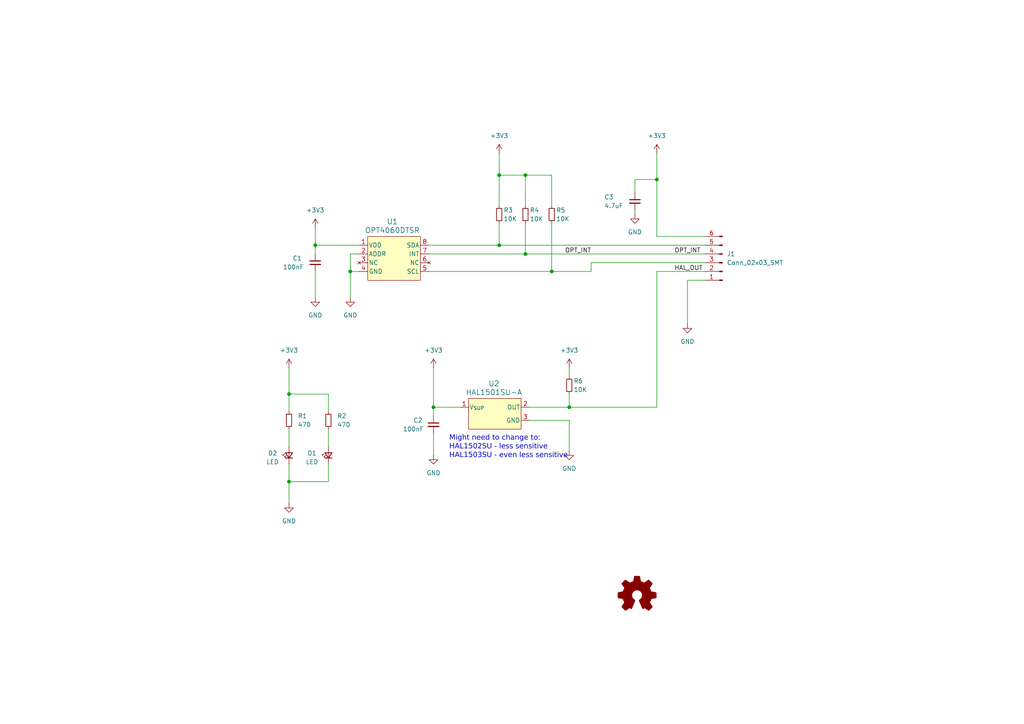
<source format=kicad_sch>
(kicad_sch (version 20231120) (generator "eeschema") (generator_version "8.0")
  (paper "A4")
  (title_block (title "Racer-Sensors") (date "2024-10-19") (rev "0.1") (company "StuckAtPrototype"))
  (lib_symbols
    (symbol "Connector:Conn_01x06_Pin" (pin_names (offset 1.016) hide)
      (property "Reference" "J" (at 0 7.62 0))
      (property "Value" "Conn_01x06_Pin" (at 0 -10.16 0))
      (symbol "Conn_01x06_Pin_1_1"
        (polyline (pts (xy 1.27 -7.62) (xy 0.8636 -7.62)) (stroke (width 0.1524)))
        (polyline (pts (xy 1.27 -5.08) (xy 0.8636 -5.08)) (stroke (width 0.1524)))
        (polyline (pts (xy 1.27 -2.54) (xy 0.8636 -2.54)) (stroke (width 0.1524)))
        (polyline (pts (xy 1.27 0) (xy 0.8636 0)) (stroke (width 0.1524)))
        (polyline (pts (xy 1.27 2.54) (xy 0.8636 2.54)) (stroke (width 0.1524)))
        (polyline (pts (xy 1.27 5.08) (xy 0.8636 5.08)) (stroke (width 0.1524)))
        (rectangle (start 0.8636 -7.493) (end 0 -7.747) (stroke (width 0.1524)) (fill (type outline)))
        (rectangle (start 0.8636 -4.953) (end 0 -5.207) (stroke (width 0.1524)) (fill (type outline)))
        (rectangle (start 0.8636 -2.413) (end 0 -2.667) (stroke (width 0.1524)) (fill (type outline)))
        (rectangle (start 0.8636 0.127) (end 0 -0.127) (stroke (width 0.1524)) (fill (type outline)))
        (rectangle (start 0.8636 2.667) (end 0 2.413) (stroke (width 0.1524)) (fill (type outline)))
        (rectangle (start 0.8636 5.207) (end 0 4.953) (stroke (width 0.1524)) (fill (type outline)))
        (pin passive line (at 5.08 5.08 180) (length 3.81) (name "Pin_1") (number "1"))
        (pin passive line (at 5.08 2.54 180) (length 3.81) (name "Pin_2") (number "2"))
        (pin passive line (at 5.08 0 180) (length 3.81) (name "Pin_3") (number "3"))
        (pin passive line (at 5.08 -2.54 180) (length 3.81) (name "Pin_4") (number "4"))
        (pin passive line (at 5.08 -5.08 180) (length 3.81) (name "Pin_5") (number "5"))
        (pin passive line (at 5.08 -7.62 180) (length 3.81) (name "Pin_6") (number "6"))
      )
    )
    (symbol "Device:C_Small" (pin_numbers hide) (pin_names (offset 0.254) hide)
      (property "Reference" "C" (at 0.254 1.778 0))
      (property "Value" "C_Small" (at 0.254 -2.032 0))
      (symbol "C_Small_0_1"
        (polyline (pts (xy -1.524 -0.508) (xy 1.524 -0.508)) (stroke (width 0.3302)))
        (polyline (pts (xy -1.524 0.508) (xy 1.524 0.508)) (stroke (width 0.3048)))
      )
      (symbol "C_Small_1_1"
        (pin passive line (at 0 2.54 270) (length 2.032) (name "~") (number "1"))
        (pin passive line (at 0 -2.54 90) (length 2.032) (name "~") (number "2"))
      )
    )
    (symbol "Device:LED_Small" (pin_numbers hide) (pin_names (offset 0.254) hide)
      (property "Reference" "D" (at -1.27 3.175 0))
      (property "Value" "LED_Small" (at -4.445 -2.54 0))
      (symbol "LED_Small_0_1"
        (polyline (pts (xy -0.762 -1.016) (xy -0.762 1.016)) (stroke (width 0.254)))
        (polyline (pts (xy 1.016 0) (xy -0.762 0)))
        (polyline (pts (xy 0.762 -1.016) (xy -0.762 0) (xy 0.762 1.016) (xy 0.762 -1.016)) (stroke (width 0.254)))
        (polyline (pts (xy 0 0.762) (xy -0.508 1.27) (xy -0.254 1.27) (xy -0.508 1.27) (xy -0.508 1.016)))
        (polyline (pts (xy 0.508 1.27) (xy 0 1.778) (xy 0.254 1.778) (xy 0 1.778) (xy 0 1.524)))
      )
      (symbol "LED_Small_1_1"
        (pin passive line (at -2.54 0 0) (length 1.778) (name "K") (number "1"))
        (pin passive line (at 2.54 0 180) (length 1.778) (name "A") (number "2"))
      )
    )
    (symbol "Device:R_Small" (pin_numbers hide) (pin_names (offset 0.254) hide)
      (property "Reference" "R" (at 0.762 0.508 0))
      (property "Value" "R_Small" (at 0.762 -1.016 0))
      (symbol "R_Small_0_1"
        (rectangle (start -0.762 1.778) (end 0.762 -1.778) (stroke (width 0.2032)))
      )
      (symbol "R_Small_1_1"
        (pin passive line (at 0 2.54 270) (length 0.762) (name "~") (number "1"))
        (pin passive line (at 0 -2.54 90) (length 0.762) (name "~") (number "2"))
      )
    )
    (symbol "Graphic:Logo_Open_Hardware_Small" (in_bom no) (on_board no)
      (symbol "Logo_Open_Hardware_Small_0_1"
        (polyline (pts (xy 3.3528 -4.3434) (xy 3.302 -4.318) (xy 3.175 -4.2418) (xy 2.9972 -4.1148) (xy 2.7686 -3.9624) (xy 2.54 -3.81) (xy 2.3622 -3.7084) (xy 2.2352 -3.6068) (xy 2.1844 -3.5814) (xy 2.159 -3.6068) (xy 2.0574 -3.6576) (xy 1.905 -3.7338) (xy 1.8034 -3.7846) (xy 1.6764 -3.8354) (xy 1.6002 -3.8354) (xy 1.6002 -3.8354) (xy 1.5494 -3.7338) (xy 1.4732 -3.5306) (xy 1.3462 -3.302) (xy 1.2446 -3.0226) (xy 1.1176 -2.7178) (xy 0.9652 -2.413) (xy 0.8636 -2.1082) (xy 0.7366 -1.8288) (xy 0.6604 -1.6256) (xy 0.6096 -1.4732) (xy 0.5842 -1.397) (xy 0.5842 -1.397) (xy 0.6604 -1.3208) (xy 0.7874 -1.2446) (xy 1.0414 -1.016) (xy 1.2954 -0.6858) (xy 1.4478 -0.3302) (xy 1.524 0.0762) (xy 1.4732 0.4572) (xy 1.3208 0.8128) (xy 1.0668 1.143) (xy 0.762 1.3716) (xy 0.4064 1.524) (xy 0 1.5748) (xy -0.381 1.5494) (xy -0.7366 1.397) (xy -1.0668 1.143) (xy -1.2192 0.9906) (xy -1.397 0.6604) (xy -1.524 0.3048) (xy -1.524 0.2286) (xy -1.4986 -0.1778) (xy -1.397 -0.5334) (xy -1.1938 -0.8636) (xy -0.9144 -1.143) (xy -0.8636 -1.1684) (xy -0.7366 -1.27) (xy -0.635 -1.3462) (xy -0.5842 -1.397) (xy -1.0668 -2.5908) (xy -1.143 -2.794) (xy -1.2954 -3.1242) (xy -1.397 -3.4036) (xy -1.4986 -3.6322) (xy -1.5748 -3.7846) (xy -1.6002 -3.8354) (xy -1.6002 -3.8354) (xy -1.651 -3.8354) (xy -1.7272 -3.81) (xy -1.905 -3.7338) (xy -2.0066 -3.683) (xy -2.1336 -3.6068) (xy -2.2098 -3.5814) (xy -2.2606 -3.6068) (xy -2.3622 -3.683) (xy -2.54 -3.81) (xy -2.7686 -3.9624) (xy -2.9718 -4.0894) (xy -3.1496 -4.2164) (xy -3.302 -4.318) (xy -3.3528 -4.3434) (xy -3.3782 -4.3434) (xy -3.429 -4.318) (xy -3.5306 -4.2164) (xy -3.7084 -4.064) (xy -3.937 -3.8354) (xy -3.9624 -3.81) (xy -4.1656 -3.6068) (xy -4.318 -3.4544) (xy -4.4196 -3.3274) (xy -4.445 -3.2766) (xy -4.445 -3.2766) (xy -4.4196 -3.2258) (xy -4.318 -3.0734) (xy -4.2164 -2.8956) (xy -4.064 -2.667) (xy -3.6576 -2.0828) (xy -3.8862 -1.5494) (xy -3.937 -1.3716) (xy -4.0386 -1.1684) (xy -4.0894 -1.0414) (xy -4.1148 -0.9652) (xy -4.191 -0.9398) (xy -4.318 -0.9144) (xy -4.5466 -0.8636) (xy -4.8006 -0.8128) (xy -5.0546 -0.7874) (xy -5.2578 -0.7366) (xy -5.4356 -0.7112) (xy -5.5118 -0.6858) (xy -5.5118 -0.6858) (xy -5.5372 -0.635) (xy -5.5372 -0.5588) (xy -5.5372 -0.4318) (xy -5.5626 -0.2286) (xy -5.5626 0.0762) (xy -5.5626 0.127) (xy -5.5372 0.4064) (xy -5.5372 0.635) (xy -5.5372 0.762) (xy -5.5372 0.8382) (xy -5.5372 0.8382) (xy -5.461 0.8382) (xy -5.3086 0.889) (xy -5.08 0.9144) (xy -4.826 0.9652) (xy -4.8006 0.9906) (xy -4.5466 1.0414) (xy -4.318 1.0668) (xy -4.1656 1.1176) (xy -4.0894 1.143) (xy -4.0894 1.143) (xy -4.0386 1.2446) (xy -3.9624 1.4224) (xy -3.8608 1.6256) (xy -3.7846 1.8288) (xy -3.7084 2.0066) (xy -3.6576 2.159) (xy -3.6322 2.2098) (xy -3.6322 2.2098) (xy -3.683 2.286) (xy -3.7592 2.413) (xy -3.8862 2.5908) (xy -4.064 2.8194) (xy -4.064 2.8448) (xy -4.2164 3.0734) (xy -4.3434 3.2512) (xy -4.4196 3.3782) (xy -4.445 3.4544) (xy -4.445 3.4544) (xy -4.3942 3.5052) (xy -4.2926 3.6322) (xy -4.1148 3.81) (xy -3.937 4.0132) (xy -3.8608 4.064) (xy -3.6576 4.2926) (xy -3.5052 4.4196) (xy -3.4036 4.4958) (xy -3.3528 4.5212) (xy -3.3528 4.5212) (xy -3.302 4.4704) (xy -3.1496 4.3688) (xy -2.9718 4.2418) (xy -2.7432 4.0894) (xy -2.7178 4.0894) (xy -2.4892 3.937) (xy -2.3114 3.81) (xy -2.1844 3.7084) (xy -2.1336 3.683) (xy -2.1082 3.683) (xy -2.032 3.7084) (xy -1.8542 3.7592) (xy -1.6764 3.8354) (xy -1.4732 3.937) (xy -1.27 4.0132) (xy -1.143 4.064) (xy -1.0668 4.1148) (xy -1.0668 4.1148) (xy -1.0414 4.191) (xy -1.016 4.3434) (xy -0.9652 4.572) (xy -0.9144 4.8514) (xy -0.889 4.9022) (xy -0.8382 5.1562) (xy -0.8128 5.3848) (xy -0.7874 5.5372) (xy -0.762 5.588) (xy -0.7112 5.6134) (xy -0.5842 5.6134) (xy -0.4064 5.6134) (xy -0.1524 5.6134) (xy 0.0762 5.6134) (xy 0.3302 5.6134) (xy 0.5334 5.6134) (xy 0.6858 5.588) (xy 0.7366 5.588) (xy 0.7366 5.588) (xy 0.762 5.5118) (xy 0.8128 5.334) (xy 0.8382 5.1054) (xy 0.9144 4.826) (xy 0.9144 4.7752) (xy 0.9652 4.5212) (xy 1.016 4.2926) (xy 1.0414 4.1402) (xy 1.0668 4.0894) (xy 1.0668 4.0894) (xy 1.1938 4.0386) (xy 1.3716 3.9624) (xy 1.5748 3.8608) (xy 2.0828 3.6576) (xy 2.7178 4.0894) (xy 2.7686 4.1402) (xy 2.9972 4.2926) (xy 3.175 4.4196) (xy 3.302 4.4958) (xy 3.3782 4.5212) (xy 3.3782 4.5212) (xy 3.429 4.4704) (xy 3.556 4.3434) (xy 3.7338 4.191) (xy 3.9116 3.9878) (xy 4.064 3.8354) (xy 4.2418 3.6576) (xy 4.3434 3.556) (xy 4.4196 3.4798) (xy 4.4196 3.429) (xy 4.4196 3.4036) (xy 4.3942 3.3274) (xy 4.2926 3.2004) (xy 4.1656 2.9972) (xy 4.0132 2.794) (xy 3.8862 2.5908) (xy 3.7592 2.3876) (xy 3.6576 2.2352) (xy 3.6322 2.159) (xy 3.6322 2.1336) (xy 3.683 2.0066) (xy 3.7592 1.8288) (xy 3.8608 1.6002) (xy 4.064 1.1176) (xy 4.3942 1.0414) (xy 4.5974 1.016) (xy 4.8768 0.9652) (xy 5.1308 0.9144) (xy 5.5372 0.8382) (xy 5.5626 -0.6604) (xy 5.4864 -0.6858) (xy 5.4356 -0.6858) (xy 5.2832 -0.7366) (xy 5.0546 -0.762) (xy 4.8006 -0.8128) (xy 4.5974 -0.8636) (xy 4.3688 -0.9144) (xy 4.2164 -0.9398) (xy 4.1402 -0.9398) (xy 4.1148 -0.9652) (xy 4.064 -1.0668) (xy 3.9878 -1.2446) (xy 3.9116 -1.4478) (xy 3.81 -1.651) (xy 3.7338 -1.8542) (xy 3.683 -2.0066) (xy 3.6576 -2.0828) (xy 3.683 -2.1336) (xy 3.7846 -2.2606) (xy 3.8862 -2.4638) (xy 4.0386 -2.667) (xy 4.191 -2.8956) (xy 4.318 -3.0734) (xy 4.3942 -3.2004) (xy 4.445 -3.2766) (xy 4.4196 -3.3274) (xy 4.3434 -3.429) (xy 4.1656 -3.5814) (xy 3.937 -3.8354) (xy 3.8862 -3.8608) (xy 3.683 -4.064) (xy 3.5306 -4.2164) (xy 3.4036 -4.318) (xy 3.3528 -4.3434)) (fill (type outline)))
      )
    )
    (symbol "custom_IC:HAL1501SU-A" (pin_names (offset 0.254))
      (property "Reference" "U2" (at 14.986 6.858 0))
      (property "Value" "HAL1501SU-A" (at 14.986 4.318 0))
      (symbol "HAL1501SU-A_1_1"
        (rectangle (start 7.62 2.54) (end 22.86 -6.35) (fill (type background)))
        (pin power_in line (at 5.08 0 0) (length 2.54) (name "V_{SUP}") (number "1"))
        (pin output line (at 25.4 0 180) (length 2.54) (name "OUT") (number "2"))
        (pin power_out line (at 25.4 -3.81 180) (length 2.54) (name "GND") (number "3"))
      )
    )
    (symbol "custom_IC:OPT4060DTSR" (pin_names (offset 0.254))
      (property "Reference" "U1" (at 14.732 6.858 0))
      (property "Value" "OPT4060DTSR" (at 14.732 4.318 0))
      (symbol "OPT4060DTSR_1_1"
        (rectangle (start 7.62 2.54) (end 22.86 -10.16) (fill (type background)))
        (pin power_in line (at 5.08 0 0) (length 2.54) (name "VDD") (number "1"))
        (pin input line (at 5.08 -2.54 0) (length 2.54) (name "ADDR") (number "2"))
        (pin no_connect line (at 5.08 -5.08 0) (length 2.54) (name "NC") (number "3"))
        (pin power_out line (at 5.08 -7.62 0) (length 2.54) (name "GND") (number "4"))
        (pin input line (at 25.4 -7.62 180) (length 2.54) (name "SCL") (number "5"))
        (pin no_connect line (at 25.4 -5.08 180) (length 2.54) (name "NC") (number "6"))
        (pin bidirectional line (at 25.4 -2.54 180) (length 2.54) (name "INT") (number "7"))
        (pin bidirectional line (at 25.4 0 180) (length 2.54) (name "SDA") (number "8"))
      )
    )
    (symbol "power:+3V3" (power) (pin_numbers hide) (pin_names (offset 0) hide)
      (property "Value" "+3V3" (at 0 3.556 0))
      (symbol "+3V3_0_1"
        (polyline (pts (xy -0.762 1.27) (xy 0 2.54)))
        (polyline (pts (xy 0 0) (xy 0 2.54)))
        (polyline (pts (xy 0 2.54) (xy 0.762 1.27)))
      )
      (symbol "+3V3_1_1"
        (pin power_in line (at 0 0 90) (length 0) (name "~") (number "1"))
      )
    )
    (symbol "power:GND" (power) (pin_numbers hide) (pin_names (offset 0) hide)
      (property "Value" "GND" (at 0 -3.81 0))
      (symbol "GND_0_1"
        (polyline (pts (xy 0 0) (xy 0 -1.27) (xy 1.27 -1.27) (xy 0 -2.54) (xy -1.27 -1.27) (xy 0 -1.27)))
      )
      (symbol "GND_1_1"
        (pin power_in line (at 0 0 270) (length 0) (name "~") (number "1"))
      )
    )
  )
  (junction (at 144.78 50.8))
  (junction (at 83.82 139.7))
  (junction (at 160.02 78.74))
  (junction (at 83.82 114.3))
  (junction (at 190.5 52.07))
  (junction (at 152.4 73.66))
  (junction (at 165.1 118.11))
  (junction (at 101.6 78.74))
  (junction (at 144.78 71.12))
  (junction (at 91.44 71.12))
  (junction (at 125.73 118.11))
  (junction (at 152.4 50.8))
  (wire (pts (xy 190.5 52.07) (xy 190.5 68.58)))
  (wire (pts (xy 91.44 71.12) (xy 104.14 71.12)))
  (wire (pts (xy 165.1 118.11) (xy 153.67 118.11)))
  (wire (pts (xy 101.6 78.74) (xy 104.14 78.74)))
  (wire (pts (xy 83.82 106.68) (xy 83.82 114.3)))
  (wire (pts (xy 83.82 114.3) (xy 95.25 114.3)))
  (wire (pts (xy 160.02 50.8) (xy 160.02 59.69)))
  (wire (pts (xy 101.6 73.66) (xy 104.14 73.66)))
  (wire (pts (xy 83.82 124.46) (xy 83.82 129.54)))
  (wire (pts (xy 165.1 118.11) (xy 190.5 118.11)))
  (wire (pts (xy 165.1 121.92) (xy 153.67 121.92)))
  (wire (pts (xy 152.4 73.66) (xy 152.4 64.77)))
  (wire (pts (xy 152.4 50.8) (xy 160.02 50.8)))
  (wire (pts (xy 144.78 71.12) (xy 144.78 64.77)))
  (wire (pts (xy 160.02 78.74) (xy 171.45 78.74)))
  (wire (pts (xy 171.45 78.74) (xy 171.45 76.2)))
  (wire (pts (xy 144.78 50.8) (xy 152.4 50.8)))
  (wire (pts (xy 83.82 134.62) (xy 83.82 139.7)))
  (wire (pts (xy 125.73 106.68) (xy 125.73 118.11)))
  (wire (pts (xy 124.46 73.66) (xy 152.4 73.66)))
  (wire (pts (xy 199.39 81.28) (xy 204.47 81.28)))
  (wire (pts (xy 171.45 76.2) (xy 204.47 76.2)))
  (wire (pts (xy 125.73 125.73) (xy 125.73 132.08)))
  (wire (pts (xy 83.82 114.3) (xy 83.82 119.38)))
  (wire (pts (xy 184.15 60.96) (xy 184.15 62.23)))
  (wire (pts (xy 101.6 78.74) (xy 101.6 86.36)))
  (wire (pts (xy 190.5 118.11) (xy 190.5 78.74)))
  (wire (pts (xy 199.39 81.28) (xy 199.39 93.98)))
  (wire (pts (xy 144.78 50.8) (xy 144.78 59.69)))
  (wire (pts (xy 152.4 73.66) (xy 204.47 73.66)))
  (wire (pts (xy 165.1 106.68) (xy 165.1 109.22)))
  (wire (pts (xy 190.5 44.45) (xy 190.5 52.07)))
  (wire (pts (xy 190.5 78.74) (xy 204.47 78.74)))
  (wire (pts (xy 95.25 124.46) (xy 95.25 129.54)))
  (wire (pts (xy 125.73 118.11) (xy 133.35 118.11)))
  (wire (pts (xy 184.15 55.88) (xy 184.15 52.07)))
  (wire (pts (xy 95.25 114.3) (xy 95.25 119.38)))
  (wire (pts (xy 144.78 44.45) (xy 144.78 50.8)))
  (wire (pts (xy 124.46 71.12) (xy 144.78 71.12)))
  (wire (pts (xy 165.1 130.81) (xy 165.1 121.92)))
  (wire (pts (xy 152.4 50.8) (xy 152.4 59.69)))
  (wire (pts (xy 91.44 78.74) (xy 91.44 86.36)))
  (wire (pts (xy 95.25 134.62) (xy 95.25 139.7)))
  (wire (pts (xy 124.46 78.74) (xy 160.02 78.74)))
  (wire (pts (xy 144.78 71.12) (xy 204.47 71.12)))
  (wire (pts (xy 204.47 68.58) (xy 190.5 68.58)))
  (wire (pts (xy 83.82 139.7) (xy 95.25 139.7)))
  (wire (pts (xy 101.6 78.74) (xy 101.6 73.66)))
  (wire (pts (xy 83.82 139.7) (xy 83.82 146.05)))
  (wire (pts (xy 165.1 114.3) (xy 165.1 118.11)))
  (wire (pts (xy 184.15 52.07) (xy 190.5 52.07)))
  (wire (pts (xy 125.73 118.11) (xy 125.73 120.65)))
  (wire (pts (xy 91.44 73.66) (xy 91.44 71.12)))
  (wire (pts (xy 160.02 78.74) (xy 160.02 64.77)))
  (wire (pts (xy 91.44 66.04) (xy 91.44 71.12)))
  (text "Might need to change to:\nHAL1502SU - less sensitive\nHAL1503SU - even less sensitive" (at 130.302 130.048 0) (effects (font (size 1.5 1.5)) (justify left)))
  (label "HAL_OUT" (at 195.58 78.74 0))
  (label "OPT_INT" (at 163.83 73.66 0))
  (label "OPT_INT" (at 195.58 73.66 0))
  (symbol (lib_id "power:+3V3") (at 91.44 66.04 0) (unit 1)
    (property "Reference" "#PWR01" (effects (hide yes)))
    (property "Value" "+3V3" (at 91.44 60.96 0))
    (property "Description" "Power symbol creates a global label with name \"+3V3\"" (effects (hide yes)))
  )
  (symbol (lib_id "Graphic:Logo_Open_Hardware_Small") (at 184.785 172.72 0) (unit 1) (exclude_from_sim yes) (in_bom no) (on_board no)
    (property "Reference" "#SYM1" (effects (hide yes)))
    (property "Value" "Logo_Open_Hardware_Small" (effects (hide yes)))
    (property "Description" "Open Hardware logo, small" (effects (hide yes)))
  )
  (symbol (lib_id "Device:R_Small") (at 95.25 121.92 0) (unit 1)
    (property "Reference" "R2" (at 97.79 120.6499 0) (effects (justify left)))
    (property "Value" "470" (at 97.79 123.1899 0) (effects (justify left)))
    (property "Footprint" "Resistor_SMD:R_0603_1608Metric" (effects (hide yes)))
    (property "Description" "Resistor, small symbol" (effects (hide yes)))
  )
  (symbol (lib_id "power:GND") (at 165.1 130.81 0) (unit 1)
    (property "Reference" "#PWR09" (effects (hide yes)))
    (property "Value" "GND" (at 165.1 135.89 0))
    (property "Description" "Power symbol creates a global label with name \"GND\" , ground" (effects (hide yes)))
  )
  (symbol (lib_id "power:GND") (at 125.73 132.08 0) (unit 1)
    (property "Reference" "#PWR011" (effects (hide yes)))
    (property "Value" "GND" (at 125.73 137.16 0))
    (property "Description" "Power symbol creates a global label with name \"GND\" , ground" (effects (hide yes)))
  )
  (symbol (lib_id "power:GND") (at 83.82 146.05 0) (unit 1)
    (property "Reference" "#PWR03" (effects (hide yes)))
    (property "Value" "GND" (at 83.82 151.13 0))
    (property "Description" "Power symbol creates a global label with name \"GND\" , ground" (effects (hide yes)))
  )
  (symbol (lib_id "power:+3V3") (at 190.5 44.45 0) (unit 1)
    (property "Reference" "#PWR06" (effects (hide yes)))
    (property "Value" "+3V3" (at 190.5 39.37 0))
    (property "Description" "Power symbol creates a global label with name \"+3V3\"" (effects (hide yes)))
  )
  (symbol (lib_id "power:GND") (at 184.15 62.23 0) (unit 1)
    (property "Reference" "#PWR012" (effects (hide yes)))
    (property "Value" "GND" (at 184.15 67.31 0))
    (property "Description" "Power symbol creates a global label with name \"GND\" , ground" (effects (hide yes)))
  )
  (symbol (lib_id "Device:LED_Small") (at 83.82 132.08 90) (unit 1)
    (property "Reference" "D2" (at 79.0575 131.445 90))
    (property "Value" "LED" (at 79.0575 133.985 90))
    (property "Footprint" "LED_SMD:LED_0603_1608Metric" (effects (hide yes)))
    (property "Description" "Light emitting diode, small symbol" (effects (hide yes)))
  )
  (symbol (lib_id "Device:LED_Small") (at 95.25 132.08 90) (unit 1)
    (property "Reference" "D1" (at 90.4875 131.445 90))
    (property "Value" "LED" (at 90.4875 133.985 90))
    (property "Footprint" "LED_SMD:LED_0603_1608Metric" (effects (hide yes)))
    (property "Description" "Light emitting diode, small symbol" (effects (hide yes)))
  )
  (symbol (lib_id "Device:R_Small") (at 144.78 62.23 0) (unit 1)
    (property "Reference" "R3" (at 146.05 60.96 0) (effects (justify left)))
    (property "Value" "10K" (at 146.05 63.5 0) (effects (justify left)))
    (property "Footprint" "Resistor_SMD:R_0603_1608Metric" (effects (hide yes)))
    (property "Description" "Resistor, small symbol" (effects (hide yes)))
  )
  (symbol (lib_id "power:+3V3") (at 165.1 106.68 0) (unit 1)
    (property "Reference" "#PWR010" (effects (hide yes)))
    (property "Value" "+3V3" (at 165.1 101.6 0))
    (property "Description" "Power symbol creates a global label with name \"+3V3\"" (effects (hide yes)))
  )
  (symbol (lib_id "Device:C_Small") (at 184.15 58.42 0) (unit 1)
    (property "Reference" "C3" (at 175.26 57.15 0) (effects (justify left)))
    (property "Value" "4.7uF" (at 175.26 59.69 0) (effects (justify left)))
    (property "Footprint" "Capacitor_SMD:C_0603_1608Metric" (effects (hide yes)))
    (property "Description" "Unpolarized capacitor, small symbol" (effects (hide yes)))
  )
  (symbol (lib_id "power:GND") (at 91.44 86.36 0) (unit 1)
    (property "Reference" "#PWR013" (effects (hide yes)))
    (property "Value" "GND" (at 91.44 91.44 0))
    (property "Description" "Power symbol creates a global label with name \"GND\" , ground" (effects (hide yes)))
  )
  (symbol (lib_id "power:+3V3") (at 125.73 106.68 0) (unit 1)
    (property "Reference" "#PWR08" (effects (hide yes)))
    (property "Value" "+3V3" (at 125.73 101.6 0))
    (property "Description" "Power symbol creates a global label with name \"+3V3\"" (effects (hide yes)))
  )
  (symbol (lib_id "power:+3V3") (at 83.82 106.68 0) (unit 1)
    (property "Reference" "#PWR02" (effects (hide yes)))
    (property "Value" "+3V3" (at 83.82 101.6 0))
    (property "Description" "Power symbol creates a global label with name \"+3V3\"" (effects (hide yes)))
  )
  (symbol (lib_id "Device:R_Small") (at 165.1 111.76 0) (unit 1)
    (property "Reference" "R6" (at 166.37 110.49 0) (effects (justify left)))
    (property "Value" "10K" (at 166.37 113.03 0) (effects (justify left)))
    (property "Footprint" "Resistor_SMD:R_0603_1608Metric" (effects (hide yes)))
    (property "Description" "Resistor, small symbol" (effects (hide yes)))
  )
  (symbol (lib_id "power:GND") (at 199.39 93.98 0) (unit 1)
    (property "Reference" "#PWR07" (effects (hide yes)))
    (property "Value" "GND" (at 199.39 99.06 0))
    (property "Description" "Power symbol creates a global label with name \"GND\" , ground" (effects (hide yes)))
  )
  (symbol (lib_id "Device:R_Small") (at 83.82 121.92 0) (unit 1)
    (property "Reference" "R1" (at 86.36 120.6499 0) (effects (justify left)))
    (property "Value" "470" (at 86.36 123.1899 0) (effects (justify left)))
    (property "Footprint" "Resistor_SMD:R_0603_1608Metric" (effects (hide yes)))
    (property "Description" "Resistor, small symbol" (effects (hide yes)))
  )
  (symbol (lib_id "Device:R_Small") (at 152.4 62.23 0) (unit 1)
    (property "Reference" "R4" (at 153.67 60.96 0) (effects (justify left)))
    (property "Value" "10K" (at 153.67 63.5 0) (effects (justify left)))
    (property "Footprint" "Resistor_SMD:R_0603_1608Metric" (effects (hide yes)))
    (property "Description" "Resistor, small symbol" (effects (hide yes)))
  )
  (symbol (lib_id "custom_IC:HAL1501SU-A") (at 128.27 118.11 0) (unit 1)
    (property "Reference" "U2" (at 143.256 111.252 0) (effects (font (size 1.524 1.524))))
    (property "Value" "HAL1501SU-A" (at 143.256 113.792 0) (effects (font (size 1.524 1.524))))
    (property "Footprint" "custom_IC:SOT-23_TO-236_TDK" (effects (hide yes)))
    (property "Datasheet" "HAL1501SU-A" (effects (hide yes)))
  )
  (symbol (lib_id "Device:C_Small") (at 125.73 123.19 0) (unit 1)
    (property "Reference" "C2" (at 119.888 121.92 0) (effects (justify left)))
    (property "Value" "100nF" (at 116.84 124.46 0) (effects (justify left)))
    (property "Footprint" "Capacitor_SMD:C_0603_1608Metric" (effects (hide yes)))
    (property "Description" "Unpolarized capacitor, small symbol" (effects (hide yes)))
  )
  (symbol (lib_id "Device:R_Small") (at 160.02 62.23 0) (unit 1)
    (property "Reference" "R5" (at 161.29 60.96 0) (effects (justify left)))
    (property "Value" "10K" (at 161.29 63.5 0) (effects (justify left)))
    (property "Footprint" "Resistor_SMD:R_0603_1608Metric" (effects (hide yes)))
    (property "Description" "Resistor, small symbol" (effects (hide yes)))
  )
  (symbol (lib_id "Connector:Conn_01x06_Pin") (at 209.55 76.2 180) (unit 1)
    (property "Reference" "J1" (at 210.82 73.6599 0) (effects (justify right)))
    (property "Value" "Conn_02x03_SMT" (at 210.82 76.1999 0) (effects (justify right)))
    (property "Footprint" "Connector_PinHeader_1.27mm:PinHeader_2x03_P1.27mm_Vertical_SMD" (effects (hide yes)))
    (property "Description" "Generic connector, single row, 01x06, script generated" (effects (hide yes)))
  )
  (symbol (lib_id "Device:C_Small") (at 91.44 76.2 0) (unit 1)
    (property "Reference" "C1" (at 84.836 74.93 0) (effects (justify left)))
    (property "Value" "100nF" (at 82.042 77.47 0) (effects (justify left)))
    (property "Footprint" "Capacitor_SMD:C_0603_1608Metric" (effects (hide yes)))
    (property "Description" "Unpolarized capacitor, small symbol" (effects (hide yes)))
  )
  (symbol (lib_id "power:+3V3") (at 144.78 44.45 0) (unit 1)
    (property "Reference" "#PWR05" (effects (hide yes)))
    (property "Value" "+3V3" (at 144.78 39.37 0))
    (property "Description" "Power symbol creates a global label with name \"+3V3\"" (effects (hide yes)))
  )
  (symbol (lib_id "power:GND") (at 101.6 86.36 0) (unit 1)
    (property "Reference" "#PWR04" (effects (hide yes)))
    (property "Value" "GND" (at 101.6 91.44 0))
    (property "Description" "Power symbol creates a global label with name \"GND\" , ground" (effects (hide yes)))
  )
  (symbol (lib_id "custom_IC:OPT4060DTSR") (at 99.06 71.12 0) (unit 1)
    (property "Reference" "U1" (at 113.792 64.262 0) (effects (font (size 1.524 1.524))))
    (property "Value" "OPT4060DTSR" (at 113.792 66.802 0) (effects (font (size 1.524 1.524))))
    (property "Footprint" "custom_IC:FCSOT8_DTS_TEX" (effects (hide yes)))
    (property "Datasheet" "OPT4060DTSR" (effects (hide yes)))
  )
)
</source>
